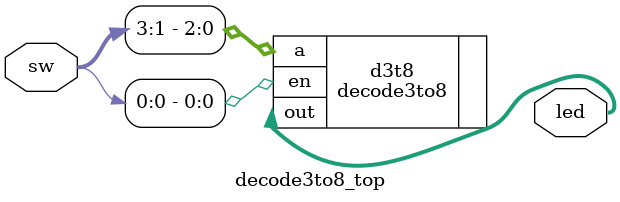
<source format=sv>
`timescale 1ns / 1ps


module decode3to8_top(
    input logic [3:0] sw,
    output logic [7:0] led
    );
    
    decode3to8 d3t8 (.a(sw[3:1]), .en(sw[0]), .out(led[7:0]));
endmodule

</source>
